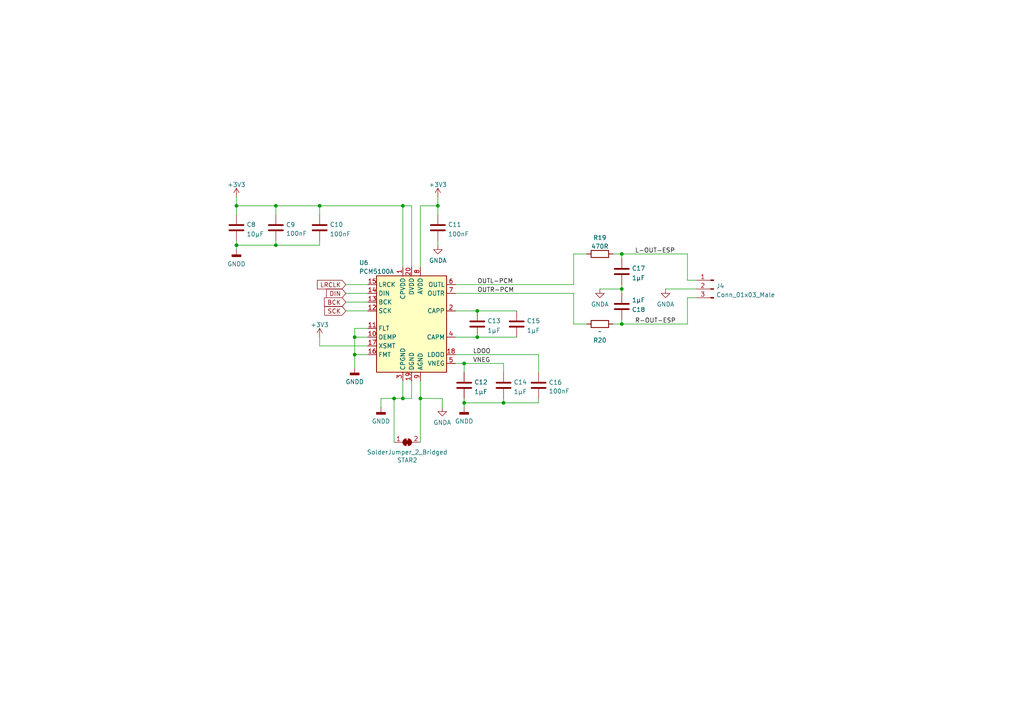
<source format=kicad_sch>
(kicad_sch (version 20211123) (generator eeschema)
  (paper "A4")
  (title_block (title "ESP-AUDIO") (date "2022-03-11") (rev "1"))
  (lib_symbols
    (symbol "Audio:PCM5100"
      (property "Reference" "U" (at -10.16 13.97 0))
      (property "Value" "PCM5100" (at 3.81 13.97 0))
      (symbol "PCM5100_0_1"
        (rectangle (start -10.16 12.7) (end 10.16 -15.24) (stroke (width 0.254)) (fill (type background)))
      )
      (symbol "PCM5100_1_1"
        (pin passive line (at -2.54 15.24 270) (length 2.54) (name "CPVDD") (number "1"))
        (pin input line (at -12.7 -5.08 0) (length 2.54) (name "DEMP") (number "10"))
        (pin input line (at -12.7 -2.54 0) (length 2.54) (name "FLT") (number "11"))
        (pin input line (at -12.7 2.54 0) (length 2.54) (name "SCK") (number "12"))
        (pin input line (at -12.7 5.08 0) (length 2.54) (name "BCK") (number "13"))
        (pin input line (at -12.7 7.62 0) (length 2.54) (name "DIN") (number "14"))
        (pin input line (at -12.7 10.16 0) (length 2.54) (name "LRCK") (number "15"))
        (pin input line (at -12.7 -10.16 0) (length 2.54) (name "FMT") (number "16"))
        (pin input line (at -12.7 -7.62 0) (length 2.54) (name "XSMT") (number "17"))
        (pin passive line (at 12.7 -10.16 180) (length 2.54) (name "LDOO") (number "18"))
        (pin power_in line (at 0 -17.78 90) (length 2.54) (name "DGND") (number "19"))
        (pin passive line (at 12.7 2.54 180) (length 2.54) (name "CAPP") (number "2"))
        (pin power_in line (at 0 15.24 270) (length 2.54) (name "DVDD") (number "20"))
        (pin power_in line (at -2.54 -17.78 90) (length 2.54) (name "CPGND") (number "3"))
        (pin passive line (at 12.7 -5.08 180) (length 2.54) (name "CAPM") (number "4"))
        (pin passive line (at 12.7 -12.7 180) (length 2.54) (name "VNEG") (number "5"))
        (pin output line (at 12.7 10.16 180) (length 2.54) (name "OUTL") (number "6"))
        (pin output line (at 12.7 7.62 180) (length 2.54) (name "OUTR") (number "7"))
        (pin power_in line (at 2.54 15.24 270) (length 2.54) (name "AVDD") (number "8"))
        (pin power_in line (at 2.54 -17.78 90) (length 2.54) (name "AGND") (number "9"))
      )
    )
    (symbol "Connector:Conn_01x03_Male" (pin_names (offset 1.016) hide)
      (property "Reference" "J" (at 0 5.08 0))
      (property "Value" "Conn_01x03_Male" (at 0 -5.08 0))
      (symbol "Conn_01x03_Male_1_1"
        (polyline (pts (xy 1.27 -2.54) (xy 0.8636 -2.54)) (stroke (width 0.1524)))
        (polyline (pts (xy 1.27 0) (xy 0.8636 0)) (stroke (width 0.1524)))
        (polyline (pts (xy 1.27 2.54) (xy 0.8636 2.54)) (stroke (width 0.1524)))
        (rectangle (start 0.8636 -2.413) (end 0 -2.667) (stroke (width 0.1524)) (fill (type outline)))
        (rectangle (start 0.8636 0.127) (end 0 -0.127) (stroke (width 0.1524)) (fill (type outline)))
        (rectangle (start 0.8636 2.667) (end 0 2.413) (stroke (width 0.1524)) (fill (type outline)))
        (pin passive line (at 5.08 2.54 180) (length 3.81) (name "Pin_1") (number "1"))
        (pin passive line (at 5.08 0 180) (length 3.81) (name "Pin_2") (number "2"))
        (pin passive line (at 5.08 -2.54 180) (length 3.81) (name "Pin_3") (number "3"))
      )
    )
    (symbol "Device:C" (pin_numbers hide) (pin_names (offset 0.254))
      (property "Reference" "C" (at 0.635 2.54 0))
      (property "Value" "C" (at 0.635 -2.54 0))
      (symbol "C_0_1"
        (polyline (pts (xy -2.032 -0.762) (xy 2.032 -0.762)) (stroke (width 0.508)))
        (polyline (pts (xy -2.032 0.762) (xy 2.032 0.762)) (stroke (width 0.508)))
      )
      (symbol "C_1_1"
        (pin passive line (at 0 3.81 270) (length 2.794) (name "~") (number "1"))
        (pin passive line (at 0 -3.81 90) (length 2.794) (name "~") (number "2"))
      )
    )
    (symbol "Device:R" (pin_numbers hide) (pin_names (offset 0))
      (property "Reference" "R" (at 2.032 0 90))
      (property "Value" "R" (at 0 0 90))
      (symbol "R_0_1"
        (rectangle (start -1.016 -2.54) (end 1.016 2.54) (stroke (width 0.254)))
      )
      (symbol "R_1_1"
        (pin passive line (at 0 3.81 270) (length 1.27) (name "~") (number "1"))
        (pin passive line (at 0 -3.81 90) (length 1.27) (name "~") (number "2"))
      )
    )
    (symbol "Jumper:SolderJumper_2_Bridged" (pin_names (offset 0) hide)
      (property "Reference" "JP" (at 0 2.032 0))
      (property "Value" "SolderJumper_2_Bridged" (at 0 -2.54 0))
      (symbol "SolderJumper_2_Bridged_0_1"
        (rectangle (start -0.508 0.508) (end 0.508 -0.508) (fill (type outline)))
        (arc (start -0.254 1.016) (mid -1.27 0) (end -0.254 -1.016))
        (arc (start -0.254 1.016) (mid -1.27 0) (end -0.254 -1.016) (fill (type outline)))
        (polyline (pts (xy -0.254 1.016) (xy -0.254 -1.016)))
        (polyline (pts (xy 0.254 1.016) (xy 0.254 -1.016)))
        (arc (start 0.254 -1.016) (mid 1.27 0) (end 0.254 1.016))
        (arc (start 0.254 -1.016) (mid 1.27 0) (end 0.254 1.016) (fill (type outline)))
      )
      (symbol "SolderJumper_2_Bridged_1_1"
        (pin passive line (at -3.81 0 0) (length 2.54) (name "A") (number "1"))
        (pin passive line (at 3.81 0 180) (length 2.54) (name "B") (number "2"))
      )
    )
    (symbol "power:+3V3" (power) (pin_names (offset 0))
      (property "Value" "+3V3" (at 0 3.556 0))
      (symbol "+3V3_0_1"
        (polyline (pts (xy -0.762 1.27) (xy 0 2.54)))
        (polyline (pts (xy 0 0) (xy 0 2.54)))
        (polyline (pts (xy 0 2.54) (xy 0.762 1.27)))
      )
      (symbol "+3V3_1_1"
        (pin power_in line (at 0 0 90) (length 0) hide (name "+3V3") (number "1"))
      )
    )
    (symbol "power:GNDA" (power) (pin_names (offset 0))
      (property "Value" "GNDA" (at 0 -3.81 0))
      (symbol "GNDA_0_1"
        (polyline (pts (xy 0 0) (xy 0 -1.27) (xy 1.27 -1.27) (xy 0 -2.54) (xy -1.27 -1.27) (xy 0 -1.27)))
      )
      (symbol "GNDA_1_1"
        (pin power_in line (at 0 0 270) (length 0) hide (name "GNDA") (number "1"))
      )
    )
    (symbol "power:GNDD" (power) (pin_names (offset 0))
      (property "Value" "GNDD" (at 0 -3.175 0))
      (symbol "GNDD_0_1"
        (rectangle (start -1.27 -1.524) (end 1.27 -2.032) (stroke (width 0.254)) (fill (type outline)))
        (polyline (pts (xy 0 0) (xy 0 -1.524)))
      )
      (symbol "GNDD_1_1"
        (pin power_in line (at 0 0 270) (length 0) hide (name "GNDD") (number "1"))
      )
    )
  )
  (junction (at 134.62 105.41))
  (junction (at 116.84 115.57))
  (junction (at 180.34 83.82))
  (junction (at 138.43 90.17))
  (junction (at 138.43 97.79))
  (junction (at 121.92 115.57))
  (junction (at 102.87 97.79))
  (junction (at 134.62 116.84))
  (junction (at 68.58 59.69))
  (junction (at 180.34 93.98))
  (junction (at 180.34 73.66))
  (junction (at 127 59.69))
  (junction (at 68.58 71.12))
  (junction (at 92.71 59.69))
  (junction (at 80.01 59.69))
  (junction (at 114.3 115.57))
  (junction (at 80.01 71.12))
  (junction (at 146.05 116.84))
  (junction (at 102.87 102.87))
  (junction (at 116.84 59.69))
  (wire (pts (xy 68.58 57.15) (xy 68.58 59.69)))
  (wire (pts (xy 156.21 116.84) (xy 156.21 115.57)))
  (wire (pts (xy 199.39 93.98) (xy 180.34 93.98)))
  (wire (pts (xy 100.33 90.17) (xy 106.68 90.17)))
  (wire (pts (xy 134.62 115.57) (xy 134.62 116.84)))
  (wire (pts (xy 134.62 116.84) (xy 134.62 118.11)))
  (wire (pts (xy 102.87 102.87) (xy 106.68 102.87)))
  (wire (pts (xy 156.21 102.87) (xy 156.21 107.95)))
  (wire (pts (xy 180.34 82.55) (xy 180.34 83.82)))
  (wire (pts (xy 132.08 105.41) (xy 134.62 105.41)))
  (wire (pts (xy 127 59.69) (xy 127 62.23)))
  (wire (pts (xy 180.34 73.66) (xy 199.39 73.66)))
  (wire (pts (xy 132.08 85.09) (xy 166.37 85.09)))
  (wire (pts (xy 138.43 97.79) (xy 149.86 97.79)))
  (wire (pts (xy 166.37 93.98) (xy 170.18 93.98)))
  (wire (pts (xy 132.08 97.79) (xy 138.43 97.79)))
  (wire (pts (xy 146.05 115.57) (xy 146.05 116.84)))
  (wire (pts (xy 80.01 59.69) (xy 80.01 62.23)))
  (wire (pts (xy 92.71 59.69) (xy 116.84 59.69)))
  (wire (pts (xy 166.37 82.55) (xy 166.37 73.66)))
  (wire (pts (xy 119.38 115.57) (xy 116.84 115.57)))
  (wire (pts (xy 180.34 93.98) (xy 180.34 92.71)))
  (wire (pts (xy 128.27 115.57) (xy 128.27 118.11)))
  (wire (pts (xy 177.8 73.66) (xy 180.34 73.66)))
  (wire (pts (xy 102.87 106.68) (xy 102.87 102.87)))
  (wire (pts (xy 121.92 59.69) (xy 127 59.69)))
  (wire (pts (xy 138.43 90.17) (xy 149.86 90.17)))
  (wire (pts (xy 116.84 59.69) (xy 116.84 77.47)))
  (wire (pts (xy 199.39 73.66) (xy 199.39 81.28)))
  (wire (pts (xy 121.92 110.49) (xy 121.92 115.57)))
  (wire (pts (xy 193.04 83.82) (xy 201.93 83.82)))
  (wire (pts (xy 68.58 59.69) (xy 80.01 59.69)))
  (wire (pts (xy 92.71 100.33) (xy 92.71 97.79)))
  (wire (pts (xy 146.05 116.84) (xy 156.21 116.84)))
  (wire (pts (xy 132.08 90.17) (xy 138.43 90.17)))
  (wire (pts (xy 177.8 93.98) (xy 180.34 93.98)))
  (wire (pts (xy 134.62 105.41) (xy 134.62 107.95)))
  (wire (pts (xy 100.33 87.63) (xy 106.68 87.63)))
  (wire (pts (xy 110.49 118.11) (xy 110.49 115.57)))
  (wire (pts (xy 119.38 110.49) (xy 119.38 115.57)))
  (wire (pts (xy 121.92 115.57) (xy 121.92 128.27)))
  (wire (pts (xy 102.87 97.79) (xy 102.87 95.25)))
  (wire (pts (xy 119.38 59.69) (xy 119.38 77.47)))
  (wire (pts (xy 146.05 105.41) (xy 146.05 107.95)))
  (wire (pts (xy 116.84 115.57) (xy 116.84 110.49)))
  (wire (pts (xy 100.33 85.09) (xy 106.68 85.09)))
  (wire (pts (xy 80.01 69.85) (xy 80.01 71.12)))
  (wire (pts (xy 199.39 86.36) (xy 199.39 93.98)))
  (wire (pts (xy 102.87 102.87) (xy 102.87 97.79)))
  (wire (pts (xy 127 57.15) (xy 127 59.69)))
  (wire (pts (xy 121.92 59.69) (xy 121.92 77.47)))
  (wire (pts (xy 106.68 100.33) (xy 92.71 100.33)))
  (wire (pts (xy 114.3 115.57) (xy 116.84 115.57)))
  (wire (pts (xy 116.84 59.69) (xy 119.38 59.69)))
  (wire (pts (xy 92.71 59.69) (xy 92.71 62.23)))
  (wire (pts (xy 199.39 81.28) (xy 201.93 81.28)))
  (wire (pts (xy 201.93 86.36) (xy 199.39 86.36)))
  (wire (pts (xy 68.58 71.12) (xy 68.58 72.39)))
  (wire (pts (xy 166.37 85.09) (xy 166.37 93.98)))
  (wire (pts (xy 121.92 115.57) (xy 128.27 115.57)))
  (wire (pts (xy 134.62 105.41) (xy 146.05 105.41)))
  (wire (pts (xy 180.34 73.66) (xy 180.34 74.93)))
  (wire (pts (xy 102.87 97.79) (xy 106.68 97.79)))
  (wire (pts (xy 100.33 82.55) (xy 106.68 82.55)))
  (wire (pts (xy 110.49 115.57) (xy 114.3 115.57)))
  (wire (pts (xy 92.71 71.12) (xy 80.01 71.12)))
  (wire (pts (xy 68.58 69.85) (xy 68.58 71.12)))
  (wire (pts (xy 180.34 83.82) (xy 180.34 85.09)))
  (wire (pts (xy 132.08 102.87) (xy 156.21 102.87)))
  (wire (pts (xy 80.01 71.12) (xy 68.58 71.12)))
  (wire (pts (xy 68.58 59.69) (xy 68.58 62.23)))
  (wire (pts (xy 166.37 73.66) (xy 170.18 73.66)))
  (wire (pts (xy 127 69.85) (xy 127 71.12)))
  (wire (pts (xy 132.08 82.55) (xy 166.37 82.55)))
  (wire (pts (xy 134.62 116.84) (xy 146.05 116.84)))
  (wire (pts (xy 114.3 115.57) (xy 114.3 128.27)))
  (wire (pts (xy 92.71 69.85) (xy 92.71 71.12)))
  (wire (pts (xy 173.99 83.82) (xy 180.34 83.82)))
  (wire (pts (xy 102.87 95.25) (xy 106.68 95.25)))
  (wire (pts (xy 80.01 59.69) (xy 92.71 59.69)))
  (label "VNEG" (at 137.16 105.41 0))
  (label "LDOO" (at 137.16 102.87 0))
  (label "OUTR-PCM" (at 138.43 85.09 0))
  (label "R-OUT-ESP" (at 184.15 93.98 0))
  (label "OUTL-PCM" (at 138.43 82.55 0))
  (label "L-OUT-ESP" (at 184.15 73.66 0))
  (global_label "BCK" (shape input) (at 100.33 87.63 180) (property "Intersheet References" "${INTERSHEET_REFS}" (effects hide)))
  (global_label "DIN" (shape input) (at 100.33 85.09 180) (property "Intersheet References" "${INTERSHEET_REFS}" (effects hide)))
  (global_label "LRCLK" (shape input) (at 100.33 82.55 180) (property "Intersheet References" "${INTERSHEET_REFS}" (effects hide)))
  (global_label "SCK" (shape input) (at 100.33 90.17 180) (property "Intersheet References" "${INTERSHEET_REFS}" (effects hide)))
  (symbol (lib_id "Device:C") (at 146.05 111.76 0) (unit 1)
    (property "Reference" "C14" (at 148.971 110.8515 0) (effects (justify left)))
    (property "Value" "1µF" (at 148.971 113.6266 0) (effects (justify left)))
    (property "Footprint" "Capacitor_SMD:C_0805_2012Metric_Pad1.18x1.45mm_HandSolder" (effects hide))
  )
  (symbol (lib_id "Device:C") (at 92.71 66.04 0) (unit 1)
    (property "Reference" "C10" (at 95.631 65.1315 0) (effects (justify left)))
    (property "Value" "100nF" (at 95.631 67.9066 0) (effects (justify left)))
    (property "Footprint" "Capacitor_SMD:C_0805_2012Metric_Pad1.18x1.45mm_HandSolder" (effects hide))
  )
  (symbol (lib_id "Device:C") (at 180.34 88.9 0) (mirror x) (unit 1)
    (property "Reference" "C18" (at 183.261 89.8085 0) (effects (justify left)))
    (property "Value" "1µF" (at 183.261 87.0334 0) (effects (justify left)))
    (property "Footprint" "Capacitor_SMD:C_0805_2012Metric_Pad1.18x1.45mm_HandSolder" (effects hide))
  )
  (symbol (lib_id "Device:C") (at 180.34 78.74 0) (unit 1)
    (property "Reference" "C17" (at 183.261 77.8315 0) (effects (justify left)))
    (property "Value" "1µF" (at 183.261 80.6066 0) (effects (justify left)))
    (property "Footprint" "Capacitor_SMD:C_0805_2012Metric_Pad1.18x1.45mm_HandSolder" (effects hide))
  )
  (symbol (lib_id "power:GNDA") (at 127 71.12 0) (unit 1)
    (property "Reference" "#PWR050" (effects hide))
    (property "Value" "GNDA" (at 127 75.5634 0))
  )
  (symbol (lib_id "Device:C") (at 127 66.04 0) (unit 1)
    (property "Reference" "C11" (at 129.921 65.1315 0) (effects (justify left)))
    (property "Value" "100nF" (at 129.921 67.9066 0) (effects (justify left)))
    (property "Footprint" "Capacitor_SMD:C_0805_2012Metric_Pad1.18x1.45mm_HandSolder" (effects hide))
  )
  (symbol (lib_id "Jumper:SolderJumper_2_Bridged") (at 118.11 128.27 0) (mirror x) (unit 1)
    (property "Reference" "STAR2" (at 118.11 133.477 0))
    (property "Value" "SolderJumper_2_Bridged" (at 118.11 131.1656 0))
    (property "Footprint" "Jumper:SolderJumper-2_P1.3mm_Bridged_RoundedPad1.0x1.5mm" (effects hide))
  )
  (symbol (lib_id "power:+3V3") (at 68.58 57.15 0) (unit 1)
    (property "Reference" "#PWR044" (effects hide))
    (property "Value" "+3V3" (at 68.58 53.5742 0))
  )
  (symbol (lib_id "Device:C") (at 134.62 111.76 0) (unit 1)
    (property "Reference" "C12" (at 137.541 110.8515 0) (effects (justify left)))
    (property "Value" "1µF" (at 137.541 113.6266 0) (effects (justify left)))
    (property "Footprint" "Capacitor_SMD:C_0805_2012Metric_Pad1.18x1.45mm_HandSolder" (effects hide))
  )
  (symbol (lib_id "power:GNDD") (at 110.49 118.11 0) (unit 1)
    (property "Reference" "#PWR048" (effects hide))
    (property "Value" "GNDD" (at 110.49 122.1724 0))
  )
  (symbol (lib_id "power:GNDA") (at 128.27 118.11 0) (unit 1)
    (property "Reference" "#PWR051" (effects hide))
    (property "Value" "GNDA" (at 128.27 122.5534 0))
  )
  (symbol (lib_id "power:+3V3") (at 92.71 97.79 0) (unit 1)
    (property "Reference" "#PWR046" (effects hide))
    (property "Value" "+3V3" (at 92.71 94.2142 0))
  )
  (symbol (lib_id "Device:C") (at 68.58 66.04 0) (unit 1)
    (property "Reference" "C8" (at 71.501 65.1315 0) (effects (justify left)))
    (property "Value" "10µF" (at 71.501 67.9066 0) (effects (justify left)))
    (property "Footprint" "Capacitor_SMD:C_0805_2012Metric_Pad1.18x1.45mm_HandSolder" (effects hide))
  )
  (symbol (lib_id "power:GNDD") (at 102.87 106.68 0) (unit 1)
    (property "Reference" "#PWR047" (effects hide))
    (property "Value" "GNDD" (at 102.87 110.7424 0))
  )
  (symbol (lib_id "Device:C") (at 149.86 93.98 0) (unit 1)
    (property "Reference" "C15" (at 152.781 93.0715 0) (effects (justify left)))
    (property "Value" "1µF" (at 152.781 95.8466 0) (effects (justify left)))
    (property "Footprint" "Capacitor_SMD:C_0805_2012Metric_Pad1.18x1.45mm_HandSolder" (effects hide))
  )
  (symbol (lib_id "power:GNDD") (at 134.62 118.11 0) (unit 1)
    (property "Reference" "#PWR052" (effects hide))
    (property "Value" "GNDD" (at 134.62 122.1724 0))
  )
  (symbol (lib_id "Device:R") (at 173.99 93.98 90) (mirror x) (unit 1)
    (property "Reference" "R20" (at 173.99 98.6958 90))
    (property "Value" "~" (at 173.99 96.1589 90))
    (property "Footprint" "Resistor_SMD:R_0805_2012Metric_Pad1.20x1.40mm_HandSolder" (effects hide))
  )
  (symbol (lib_id "Device:C") (at 138.43 93.98 0) (unit 1)
    (property "Reference" "C13" (at 141.351 93.0715 0) (effects (justify left)))
    (property "Value" "1µF" (at 141.351 95.8466 0) (effects (justify left)))
    (property "Footprint" "Capacitor_SMD:C_0805_2012Metric_Pad1.18x1.45mm_HandSolder" (effects hide))
  )
  (symbol (lib_id "power:+3V3") (at 127 57.15 0) (unit 1)
    (property "Reference" "#PWR049" (effects hide))
    (property "Value" "+3V3" (at 127 53.5742 0))
  )
  (symbol (lib_id "Device:C") (at 156.21 111.76 0) (unit 1)
    (property "Reference" "C16" (at 159.131 110.9253 0) (effects (justify left)))
    (property "Value" "100nF" (at 159.131 113.4622 0) (effects (justify left)))
    (property "Footprint" "Capacitor_SMD:C_0805_2012Metric_Pad1.18x1.45mm_HandSolder" (effects hide))
  )
  (symbol (lib_id "Audio:PCM5100") (at 119.38 92.71 0) (unit 1)
    (property "Reference" "U6" (at 104.14 76.2031 0) (effects (justify left)))
    (property "Value" "PCM5100A" (at 104.14 78.74 0) (effects (justify left)))
    (property "Footprint" "Package_SO:TSSOP-20_4.4x6.5mm_P0.65mm" (effects hide))
    (property "Datasheet" "http://www.ti.com/lit/ds/symlink/pcm5100.pdf" (effects hide))
  )
  (symbol (lib_id "power:GNDD") (at 68.58 72.39 0) (unit 1)
    (property "Reference" "#PWR045" (effects hide))
    (property "Value" "GNDD" (at 68.58 76.5715 0))
  )
  (symbol (lib_id "power:GNDA") (at 193.04 83.82 0) (unit 1)
    (property "Reference" "#PWR054" (effects hide))
    (property "Value" "GNDA" (at 193.04 88.2634 0))
  )
  (symbol (lib_id "power:GNDA") (at 173.99 83.82 0) (unit 1)
    (property "Reference" "#PWR053" (effects hide))
    (property "Value" "GNDA" (at 173.99 88.2634 0))
  )
  (symbol (lib_id "Device:R") (at 173.99 73.66 90) (unit 1)
    (property "Reference" "R19" (at 173.99 68.9442 90))
    (property "Value" "470R" (at 173.99 71.4811 90))
    (property "Footprint" "Resistor_SMD:R_0805_2012Metric_Pad1.20x1.40mm_HandSolder" (effects hide))
  )
  (symbol (lib_id "Device:C") (at 80.01 66.04 0) (unit 1)
    (property "Reference" "C9" (at 82.931 65.2053 0) (effects (justify left)))
    (property "Value" "100nF" (at 82.931 67.7422 0) (effects (justify left)))
    (property "Footprint" "Capacitor_SMD:C_0805_2012Metric_Pad1.18x1.45mm_HandSolder" (effects hide))
  )
  (symbol (lib_id "Connector:Conn_01x03_Male") (at 207.01 83.82 0) (mirror y) (unit 1)
    (property "Reference" "J4" (at 207.7212 82.9853 0) (effects (justify right)))
    (property "Value" "Conn_01x03_Male" (at 207.7212 85.5222 0) (effects (justify right)))
    (property "Footprint" "Connector_PinHeader_2.54mm:PinHeader_1x03_P2.54mm_Vertical" (effects hide))
  )
)
</source>
